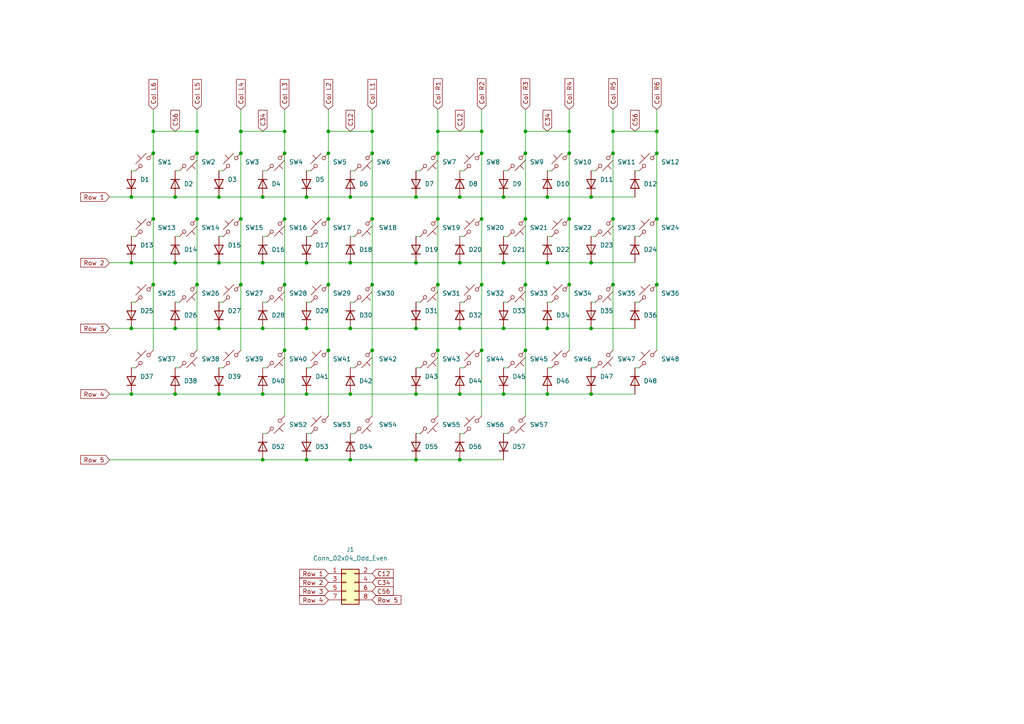
<source format=kicad_sch>
(kicad_sch (version 20231120) (generator "eeschema") (generator_version "8.0")
  (paper "A4")
  (title_block (title "Pragmatic 54A (Duplex Matrix)") (date "2023-09-16") (rev "1") (company "Pragmatic Inc.") (comment 1 "by James Sa"))
  (lib_symbols
    (symbol "Connector_Generic:Conn_02x04_Odd_Even" (pin_names (offset 1.016) hide)
      (property "Reference" "J" (at 1.27 5.08 0))
      (property "Value" "Conn_02x04_Odd_Even" (at 1.27 -7.62 0))
      (symbol "Conn_02x04_Odd_Even_1_1"
        (rectangle (start -1.27 -4.953) (end 0 -5.207) (stroke (width 0.1524)))
        (rectangle (start -1.27 -2.413) (end 0 -2.667) (stroke (width 0.1524)))
        (rectangle (start -1.27 0.127) (end 0 -0.127) (stroke (width 0.1524)))
        (rectangle (start -1.27 2.667) (end 0 2.413) (stroke (width 0.1524)))
        (rectangle (start -1.27 3.81) (end 3.81 -6.35) (stroke (width 0.254)) (fill (type background)))
        (rectangle (start 3.81 -4.953) (end 2.54 -5.207) (stroke (width 0.1524)))
        (rectangle (start 3.81 -2.413) (end 2.54 -2.667) (stroke (width 0.1524)))
        (rectangle (start 3.81 0.127) (end 2.54 -0.127) (stroke (width 0.1524)))
        (rectangle (start 3.81 2.667) (end 2.54 2.413) (stroke (width 0.1524)))
        (pin passive line (at -5.08 2.54 0) (length 3.81) (name "Pin_1") (number "1"))
        (pin passive line (at 7.62 2.54 180) (length 3.81) (name "Pin_2") (number "2"))
        (pin passive line (at -5.08 0 0) (length 3.81) (name "Pin_3") (number "3"))
        (pin passive line (at 7.62 0 180) (length 3.81) (name "Pin_4") (number "4"))
        (pin passive line (at -5.08 -2.54 0) (length 3.81) (name "Pin_5") (number "5"))
        (pin passive line (at 7.62 -2.54 180) (length 3.81) (name "Pin_6") (number "6"))
        (pin passive line (at -5.08 -5.08 0) (length 3.81) (name "Pin_7") (number "7"))
        (pin passive line (at 7.62 -5.08 180) (length 3.81) (name "Pin_8") (number "8"))
      )
    )
    (symbol "Diode:1N4448W" (pin_numbers hide) (pin_names hide)
      (property "Reference" "D" (at 0 2.54 0))
      (property "Value" "1N4448W" (at 0 -2.54 0))
      (symbol "1N4448W_0_1"
        (polyline (pts (xy -1.27 1.27) (xy -1.27 -1.27)) (stroke (width 0.254)))
        (polyline (pts (xy 1.27 0) (xy -1.27 0)))
        (polyline (pts (xy 1.27 1.27) (xy 1.27 -1.27) (xy -1.27 0) (xy 1.27 1.27)) (stroke (width 0.254)))
      )
      (symbol "1N4448W_1_1"
        (pin passive line (at -3.81 0 0) (length 2.54) (name "K") (number "1"))
        (pin passive line (at 3.81 0 180) (length 2.54) (name "A") (number "2"))
      )
    )
    (symbol "Switch:SW_Push_45deg" (pin_numbers hide) (pin_names (offset 1.016) hide)
      (property "Reference" "SW" (at 3.048 1.016 0))
      (property "Value" "SW_Push_45deg" (at 0 -3.81 0))
      (symbol "SW_Push_45deg_0_1"
        (circle (center -1.1684 1.1684) (radius 0.508))
        (polyline (pts (xy -0.508 2.54) (xy 2.54 -0.508)))
        (polyline (pts (xy 1.016 1.016) (xy 2.032 2.032)))
        (polyline (pts (xy -2.54 2.54) (xy -1.524 1.524) (xy -1.524 1.524)))
        (polyline (pts (xy 1.524 -1.524) (xy 2.54 -2.54) (xy 2.54 -2.54) (xy 2.54 -2.54)))
        (circle (center 1.143 -1.1938) (radius 0.508))
        (pin passive line (at -2.54 2.54 0) (length 0) (name "1") (number "1"))
        (pin passive line (at 2.54 -2.54 180) (length 0) (name "2") (number "2"))
      )
    )
  )
  (junction (at 177.8 82.55))
  (junction (at 38.1 95.25))
  (junction (at 165.1 44.45))
  (junction (at 101.6 95.25))
  (junction (at 139.7 82.55))
  (junction (at 146.05 95.25))
  (junction (at 139.7 38.1))
  (junction (at 146.05 57.15))
  (junction (at 82.55 63.5))
  (junction (at 88.9 95.25))
  (junction (at 95.25 38.1))
  (junction (at 88.9 133.35))
  (junction (at 69.85 44.45))
  (junction (at 171.45 76.2))
  (junction (at 152.4 38.1))
  (junction (at 63.5 76.2))
  (junction (at 152.4 63.5))
  (junction (at 101.6 133.35))
  (junction (at 95.25 101.6))
  (junction (at 177.8 63.5))
  (junction (at 57.15 82.55))
  (junction (at 171.45 95.25))
  (junction (at 76.2 57.15))
  (junction (at 158.75 95.25))
  (junction (at 44.45 82.55))
  (junction (at 69.85 63.5))
  (junction (at 50.8 95.25))
  (junction (at 177.8 44.45))
  (junction (at 63.5 57.15))
  (junction (at 88.9 114.3))
  (junction (at 76.2 114.3))
  (junction (at 38.1 114.3))
  (junction (at 190.5 82.55))
  (junction (at 120.65 57.15))
  (junction (at 165.1 38.1))
  (junction (at 165.1 82.55))
  (junction (at 120.65 76.2))
  (junction (at 95.25 63.5))
  (junction (at 133.35 95.25))
  (junction (at 177.8 38.1))
  (junction (at 190.5 38.1))
  (junction (at 69.85 38.1))
  (junction (at 139.7 44.45))
  (junction (at 88.9 57.15))
  (junction (at 127 82.55))
  (junction (at 82.55 101.6))
  (junction (at 133.35 114.3))
  (junction (at 165.1 63.5))
  (junction (at 146.05 114.3))
  (junction (at 120.65 114.3))
  (junction (at 63.5 95.25))
  (junction (at 107.95 38.1))
  (junction (at 76.2 95.25))
  (junction (at 88.9 76.2))
  (junction (at 38.1 57.15))
  (junction (at 101.6 57.15))
  (junction (at 50.8 114.3))
  (junction (at 127 101.6))
  (junction (at 107.95 63.5))
  (junction (at 107.95 101.6))
  (junction (at 152.4 101.6))
  (junction (at 139.7 101.6))
  (junction (at 133.35 76.2))
  (junction (at 44.45 44.45))
  (junction (at 127 38.1))
  (junction (at 50.8 76.2))
  (junction (at 69.85 82.55))
  (junction (at 82.55 38.1))
  (junction (at 101.6 114.3))
  (junction (at 57.15 63.5))
  (junction (at 127 44.45))
  (junction (at 57.15 44.45))
  (junction (at 120.65 95.25))
  (junction (at 171.45 114.3))
  (junction (at 76.2 76.2))
  (junction (at 139.7 63.5))
  (junction (at 107.95 44.45))
  (junction (at 190.5 44.45))
  (junction (at 44.45 63.5))
  (junction (at 171.45 57.15))
  (junction (at 63.5 114.3))
  (junction (at 127 63.5))
  (junction (at 101.6 76.2))
  (junction (at 44.45 38.1))
  (junction (at 190.5 63.5))
  (junction (at 133.35 57.15))
  (junction (at 95.25 82.55))
  (junction (at 82.55 44.45))
  (junction (at 107.95 82.55))
  (junction (at 133.35 133.35))
  (junction (at 158.75 76.2))
  (junction (at 158.75 57.15))
  (junction (at 158.75 114.3))
  (junction (at 82.55 82.55))
  (junction (at 50.8 57.15))
  (junction (at 152.4 82.55))
  (junction (at 152.4 44.45))
  (junction (at 95.25 44.45))
  (junction (at 57.15 38.1))
  (junction (at 120.65 133.35))
  (junction (at 76.2 133.35))
  (junction (at 38.1 76.2))
  (junction (at 146.05 76.2))
  (wire (pts (xy 172.72 87.63) (xy 171.45 87.63)))
  (wire (pts (xy 76.2 95.25) (xy 88.9 95.25)))
  (wire (pts (xy 76.2 57.15) (xy 88.9 57.15)))
  (wire (pts (xy 190.5 44.45) (xy 190.5 63.5)))
  (wire (pts (xy 76.2 114.3) (xy 88.9 114.3)))
  (wire (pts (xy 127 31.75) (xy 127 38.1)))
  (wire (pts (xy 76.2 125.73) (xy 77.47 125.73)))
  (wire (pts (xy 69.85 44.45) (xy 69.85 63.5)))
  (wire (pts (xy 165.1 38.1) (xy 165.1 44.45)))
  (wire (pts (xy 69.85 38.1) (xy 69.85 44.45)))
  (wire (pts (xy 165.1 31.75) (xy 165.1 38.1)))
  (wire (pts (xy 177.8 31.75) (xy 177.8 38.1)))
  (wire (pts (xy 158.75 68.58) (xy 160.02 68.58)))
  (wire (pts (xy 76.2 87.63) (xy 77.47 87.63)))
  (wire (pts (xy 171.45 76.2) (xy 184.15 76.2)))
  (wire (pts (xy 158.75 76.2) (xy 171.45 76.2)))
  (wire (pts (xy 146.05 114.3) (xy 158.75 114.3)))
  (wire (pts (xy 50.8 49.53) (xy 52.07 49.53)))
  (wire (pts (xy 64.77 87.63) (xy 63.5 87.63)))
  (wire (pts (xy 152.4 38.1) (xy 152.4 44.45)))
  (wire (pts (xy 152.4 44.45) (xy 152.4 63.5)))
  (wire (pts (xy 133.35 68.58) (xy 134.62 68.58)))
  (wire (pts (xy 44.45 44.45) (xy 44.45 63.5)))
  (wire (pts (xy 38.1 95.25) (xy 50.8 95.25)))
  (wire (pts (xy 107.95 101.6) (xy 107.95 120.65)))
  (wire (pts (xy 147.32 87.63) (xy 146.05 87.63)))
  (wire (pts (xy 121.92 106.68) (xy 120.65 106.68)))
  (wire (pts (xy 95.25 38.1) (xy 107.95 38.1)))
  (wire (pts (xy 57.15 31.75) (xy 57.15 38.1)))
  (wire (pts (xy 139.7 82.55) (xy 139.7 101.6)))
  (wire (pts (xy 121.92 68.58) (xy 120.65 68.58)))
  (wire (pts (xy 133.35 114.3) (xy 146.05 114.3)))
  (wire (pts (xy 88.9 133.35) (xy 101.6 133.35)))
  (wire (pts (xy 101.6 106.68) (xy 102.87 106.68)))
  (wire (pts (xy 120.65 49.53) (xy 121.92 49.53)))
  (wire (pts (xy 50.8 76.2) (xy 63.5 76.2)))
  (wire (pts (xy 57.15 38.1) (xy 57.15 44.45)))
  (wire (pts (xy 82.55 44.45) (xy 82.55 63.5)))
  (wire (pts (xy 82.55 31.75) (xy 82.55 38.1)))
  (wire (pts (xy 158.75 57.15) (xy 171.45 57.15)))
  (wire (pts (xy 184.15 68.58) (xy 185.42 68.58)))
  (wire (pts (xy 177.8 63.5) (xy 177.8 82.55)))
  (wire (pts (xy 158.75 114.3) (xy 171.45 114.3)))
  (wire (pts (xy 127 63.5) (xy 127 82.55)))
  (wire (pts (xy 101.6 57.15) (xy 120.65 57.15)))
  (wire (pts (xy 133.35 87.63) (xy 134.62 87.63)))
  (wire (pts (xy 158.75 49.53) (xy 160.02 49.53)))
  (wire (pts (xy 63.5 95.25) (xy 76.2 95.25)))
  (wire (pts (xy 184.15 87.63) (xy 185.42 87.63)))
  (wire (pts (xy 90.17 68.58) (xy 88.9 68.58)))
  (wire (pts (xy 177.8 38.1) (xy 177.8 44.45)))
  (wire (pts (xy 82.55 63.5) (xy 82.55 82.55)))
  (wire (pts (xy 158.75 106.68) (xy 160.02 106.68)))
  (wire (pts (xy 147.32 106.68) (xy 146.05 106.68)))
  (wire (pts (xy 190.5 38.1) (xy 190.5 44.45)))
  (wire (pts (xy 95.25 44.45) (xy 95.25 63.5)))
  (wire (pts (xy 88.9 57.15) (xy 101.6 57.15)))
  (wire (pts (xy 172.72 68.58) (xy 171.45 68.58)))
  (wire (pts (xy 95.25 82.55) (xy 95.25 101.6)))
  (wire (pts (xy 82.55 101.6) (xy 82.55 120.65)))
  (wire (pts (xy 120.65 76.2) (xy 133.35 76.2)))
  (wire (pts (xy 171.45 57.15) (xy 184.15 57.15)))
  (wire (pts (xy 63.5 57.15) (xy 76.2 57.15)))
  (wire (pts (xy 107.95 63.5) (xy 107.95 82.55)))
  (wire (pts (xy 121.92 125.73) (xy 120.65 125.73)))
  (wire (pts (xy 44.45 38.1) (xy 57.15 38.1)))
  (wire (pts (xy 158.75 95.25) (xy 171.45 95.25)))
  (wire (pts (xy 39.37 87.63) (xy 38.1 87.63)))
  (wire (pts (xy 44.45 31.75) (xy 44.45 38.1)))
  (wire (pts (xy 165.1 44.45) (xy 165.1 63.5)))
  (wire (pts (xy 90.17 106.68) (xy 88.9 106.68)))
  (wire (pts (xy 88.9 49.53) (xy 90.17 49.53)))
  (wire (pts (xy 50.8 95.25) (xy 63.5 95.25)))
  (wire (pts (xy 64.77 68.58) (xy 63.5 68.58)))
  (wire (pts (xy 139.7 38.1) (xy 139.7 44.45)))
  (wire (pts (xy 95.25 38.1) (xy 95.25 44.45)))
  (wire (pts (xy 88.9 76.2) (xy 101.6 76.2)))
  (wire (pts (xy 107.95 38.1) (xy 107.95 44.45)))
  (wire (pts (xy 133.35 125.73) (xy 134.62 125.73)))
  (wire (pts (xy 147.32 125.73) (xy 146.05 125.73)))
  (wire (pts (xy 120.65 114.3) (xy 133.35 114.3)))
  (wire (pts (xy 31.75 57.15) (xy 38.1 57.15)))
  (wire (pts (xy 31.75 95.25) (xy 38.1 95.25)))
  (wire (pts (xy 127 38.1) (xy 127 44.45)))
  (wire (pts (xy 121.92 87.63) (xy 120.65 87.63)))
  (wire (pts (xy 158.75 87.63) (xy 160.02 87.63)))
  (wire (pts (xy 133.35 76.2) (xy 146.05 76.2)))
  (wire (pts (xy 57.15 63.5) (xy 57.15 82.55)))
  (wire (pts (xy 101.6 87.63) (xy 102.87 87.63)))
  (wire (pts (xy 177.8 44.45) (xy 177.8 63.5)))
  (wire (pts (xy 152.4 38.1) (xy 165.1 38.1)))
  (wire (pts (xy 76.2 106.68) (xy 77.47 106.68)))
  (wire (pts (xy 44.45 63.5) (xy 44.45 82.55)))
  (wire (pts (xy 152.4 63.5) (xy 152.4 82.55)))
  (wire (pts (xy 101.6 133.35) (xy 120.65 133.35)))
  (wire (pts (xy 152.4 82.55) (xy 152.4 101.6)))
  (wire (pts (xy 133.35 95.25) (xy 146.05 95.25)))
  (wire (pts (xy 50.8 114.3) (xy 63.5 114.3)))
  (wire (pts (xy 165.1 63.5) (xy 165.1 82.55)))
  (wire (pts (xy 39.37 68.58) (xy 38.1 68.58)))
  (wire (pts (xy 133.35 49.53) (xy 134.62 49.53)))
  (wire (pts (xy 76.2 133.35) (xy 88.9 133.35)))
  (wire (pts (xy 31.75 114.3) (xy 38.1 114.3)))
  (wire (pts (xy 146.05 49.53) (xy 147.32 49.53)))
  (wire (pts (xy 90.17 87.63) (xy 88.9 87.63)))
  (wire (pts (xy 76.2 76.2) (xy 88.9 76.2)))
  (wire (pts (xy 133.35 57.15) (xy 146.05 57.15)))
  (wire (pts (xy 31.75 133.35) (xy 76.2 133.35)))
  (wire (pts (xy 95.25 63.5) (xy 95.25 82.55)))
  (wire (pts (xy 88.9 114.3) (xy 101.6 114.3)))
  (wire (pts (xy 139.7 63.5) (xy 139.7 82.55)))
  (wire (pts (xy 165.1 82.55) (xy 165.1 101.6)))
  (wire (pts (xy 38.1 76.2) (xy 50.8 76.2)))
  (wire (pts (xy 171.45 49.53) (xy 172.72 49.53)))
  (wire (pts (xy 184.15 49.53) (xy 185.42 49.53)))
  (wire (pts (xy 139.7 31.75) (xy 139.7 38.1)))
  (wire (pts (xy 38.1 114.3) (xy 50.8 114.3)))
  (wire (pts (xy 139.7 44.45) (xy 139.7 63.5)))
  (wire (pts (xy 127 38.1) (xy 139.7 38.1)))
  (wire (pts (xy 39.37 106.68) (xy 38.1 106.68)))
  (wire (pts (xy 190.5 31.75) (xy 190.5 38.1)))
  (wire (pts (xy 57.15 82.55) (xy 57.15 101.6)))
  (wire (pts (xy 63.5 114.3) (xy 76.2 114.3)))
  (wire (pts (xy 95.25 101.6) (xy 95.25 120.65)))
  (wire (pts (xy 69.85 63.5) (xy 69.85 82.55)))
  (wire (pts (xy 88.9 95.25) (xy 101.6 95.25)))
  (wire (pts (xy 101.6 114.3) (xy 120.65 114.3)))
  (wire (pts (xy 95.25 31.75) (xy 95.25 38.1)))
  (wire (pts (xy 133.35 106.68) (xy 134.62 106.68)))
  (wire (pts (xy 152.4 101.6) (xy 152.4 120.65)))
  (wire (pts (xy 64.77 106.68) (xy 63.5 106.68)))
  (wire (pts (xy 107.95 82.55) (xy 107.95 101.6)))
  (wire (pts (xy 184.15 106.68) (xy 185.42 106.68)))
  (wire (pts (xy 101.6 95.25) (xy 120.65 95.25)))
  (wire (pts (xy 190.5 63.5) (xy 190.5 82.55)))
  (wire (pts (xy 147.32 68.58) (xy 146.05 68.58)))
  (wire (pts (xy 38.1 57.15) (xy 50.8 57.15)))
  (wire (pts (xy 90.17 125.73) (xy 88.9 125.73)))
  (wire (pts (xy 76.2 49.53) (xy 77.47 49.53)))
  (wire (pts (xy 76.2 68.58) (xy 77.47 68.58)))
  (wire (pts (xy 146.05 57.15) (xy 158.75 57.15)))
  (wire (pts (xy 57.15 44.45) (xy 57.15 63.5)))
  (wire (pts (xy 107.95 31.75) (xy 107.95 38.1)))
  (wire (pts (xy 50.8 57.15) (xy 63.5 57.15)))
  (wire (pts (xy 69.85 31.75) (xy 69.85 38.1)))
  (wire (pts (xy 69.85 38.1) (xy 82.55 38.1)))
  (wire (pts (xy 44.45 82.55) (xy 44.45 101.6)))
  (wire (pts (xy 172.72 106.68) (xy 171.45 106.68)))
  (wire (pts (xy 82.55 38.1) (xy 82.55 44.45)))
  (wire (pts (xy 120.65 133.35) (xy 133.35 133.35)))
  (wire (pts (xy 63.5 76.2) (xy 76.2 76.2)))
  (wire (pts (xy 101.6 68.58) (xy 102.87 68.58)))
  (wire (pts (xy 127 101.6) (xy 127 120.65)))
  (wire (pts (xy 177.8 38.1) (xy 190.5 38.1)))
  (wire (pts (xy 44.45 38.1) (xy 44.45 44.45)))
  (wire (pts (xy 127 82.55) (xy 127 101.6)))
  (wire (pts (xy 63.5 49.53) (xy 64.77 49.53)))
  (wire (pts (xy 69.85 82.55) (xy 69.85 101.6)))
  (wire (pts (xy 50.8 106.68) (xy 52.07 106.68)))
  (wire (pts (xy 171.45 95.25) (xy 184.15 95.25)))
  (wire (pts (xy 120.65 95.25) (xy 133.35 95.25)))
  (wire (pts (xy 120.65 57.15) (xy 133.35 57.15)))
  (wire (pts (xy 50.8 87.63) (xy 52.07 87.63)))
  (wire (pts (xy 133.35 133.35) (xy 146.05 133.35)))
  (wire (pts (xy 139.7 101.6) (xy 139.7 120.65)))
  (wire (pts (xy 127 44.45) (xy 127 63.5)))
  (wire (pts (xy 171.45 114.3) (xy 184.15 114.3)))
  (wire (pts (xy 107.95 44.45) (xy 107.95 63.5)))
  (wire (pts (xy 101.6 125.73) (xy 102.87 125.73)))
  (wire (pts (xy 101.6 76.2) (xy 120.65 76.2)))
  (wire (pts (xy 146.05 95.25) (xy 158.75 95.25)))
  (wire (pts (xy 31.75 76.2) (xy 38.1 76.2)))
  (wire (pts (xy 146.05 76.2) (xy 158.75 76.2)))
  (wire (pts (xy 152.4 31.75) (xy 152.4 38.1)))
  (wire (pts (xy 50.8 68.58) (xy 52.07 68.58)))
  (wire (pts (xy 38.1 49.53) (xy 39.37 49.53)))
  (wire (pts (xy 190.5 82.55) (xy 190.5 101.6)))
  (wire (pts (xy 82.55 82.55) (xy 82.55 101.6)))
  (wire (pts (xy 177.8 82.55) (xy 177.8 101.6)))
  (wire (pts (xy 101.6 49.53) (xy 102.87 49.53)))
  (global_label "Row 4" (shape input) (at 95.25 173.99 180) (property "Intersheetrefs" "${INTERSHEET_REFS}" (effects (hide yes))))
  (global_label "Col L2" (shape input) (at 95.25 31.75 90) (property "Intersheetrefs" "${INTERSHEET_REFS}" (effects (hide yes))))
  (global_label "C56" (shape input) (at 107.95 171.45 0) (property "Intersheetrefs" "${INTERSHEET_REFS}" (effects (hide yes))))
  (global_label "Col R3" (shape input) (at 152.4 31.75 90) (property "Intersheetrefs" "${INTERSHEET_REFS}" (effects (hide yes))))
  (global_label "Col R4" (shape input) (at 165.1 31.75 90) (property "Intersheetrefs" "${INTERSHEET_REFS}" (effects (hide yes))))
  (global_label "C12" (shape input) (at 101.6 38.1 90) (property "Intersheetrefs" "${INTERSHEET_REFS}" (effects (hide yes))))
  (global_label "Col R5" (shape input) (at 177.8 31.75 90) (property "Intersheetrefs" "${INTERSHEET_REFS}" (effects (hide yes))))
  (global_label "C34" (shape input) (at 158.75 38.1 90) (property "Intersheetrefs" "${INTERSHEET_REFS}" (effects (hide yes))))
  (global_label "C56" (shape input) (at 184.15 38.1 90) (property "Intersheetrefs" "${INTERSHEET_REFS}" (effects (hide yes))))
  (global_label "C12" (shape input) (at 133.35 38.1 90) (property "Intersheetrefs" "${INTERSHEET_REFS}" (effects (hide yes))))
  (global_label "Row 2" (shape input) (at 31.75 76.2 180) (property "Intersheetrefs" "${INTERSHEET_REFS}" (effects (hide yes))))
  (global_label "Row 5" (shape input) (at 107.95 173.99 0) (property "Intersheetrefs" "${INTERSHEET_REFS}" (effects (hide yes))))
  (global_label "Col L5" (shape input) (at 57.15 31.75 90) (property "Intersheetrefs" "${INTERSHEET_REFS}" (effects (hide yes))))
  (global_label "Col L3" (shape input) (at 82.55 31.75 90) (property "Intersheetrefs" "${INTERSHEET_REFS}" (effects (hide yes))))
  (global_label "Row 5" (shape input) (at 31.75 133.35 180) (property "Intersheetrefs" "${INTERSHEET_REFS}" (effects (hide yes))))
  (global_label "Col L6" (shape input) (at 44.45 31.75 90) (property "Intersheetrefs" "${INTERSHEET_REFS}" (effects (hide yes))))
  (global_label "Col L1" (shape input) (at 107.95 31.75 90) (property "Intersheetrefs" "${INTERSHEET_REFS}" (effects (hide yes))))
  (global_label "C56" (shape input) (at 50.8 38.1 90) (property "Intersheetrefs" "${INTERSHEET_REFS}" (effects (hide yes))))
  (global_label "Row 3" (shape input) (at 95.25 171.45 180) (property "Intersheetrefs" "${INTERSHEET_REFS}" (effects (hide yes))))
  (global_label "C12" (shape input) (at 107.95 166.37 0) (property "Intersheetrefs" "${INTERSHEET_REFS}" (effects (hide yes))))
  (global_label "Col L4" (shape input) (at 69.85 31.75 90) (property "Intersheetrefs" "${INTERSHEET_REFS}" (effects (hide yes))))
  (global_label "Row 4" (shape input) (at 31.75 114.3 180) (property "Intersheetrefs" "${INTERSHEET_REFS}" (effects (hide yes))))
  (global_label "Row 1" (shape input) (at 31.75 57.15 180) (property "Intersheetrefs" "${INTERSHEET_REFS}" (effects (hide yes))))
  (global_label "Col R1" (shape input) (at 127 31.75 90) (property "Intersheetrefs" "${INTERSHEET_REFS}" (effects (hide yes))))
  (global_label "Row 3" (shape input) (at 31.75 95.25 180) (property "Intersheetrefs" "${INTERSHEET_REFS}" (effects (hide yes))))
  (global_label "Col R2" (shape input) (at 139.7 31.75 90) (property "Intersheetrefs" "${INTERSHEET_REFS}" (effects (hide yes))))
  (global_label "C34" (shape input) (at 76.2 38.1 90) (property "Intersheetrefs" "${INTERSHEET_REFS}" (effects (hide yes))))
  (global_label "Row 2" (shape input) (at 95.25 168.91 180) (property "Intersheetrefs" "${INTERSHEET_REFS}" (effects (hide yes))))
  (global_label "Col R6" (shape input) (at 190.5 31.75 90) (property "Intersheetrefs" "${INTERSHEET_REFS}" (effects (hide yes))))
  (global_label "C34" (shape input) (at 107.95 168.91 0) (property "Intersheetrefs" "${INTERSHEET_REFS}" (effects (hide yes))))
  (global_label "Row 1" (shape input) (at 95.25 166.37 180) (property "Intersheetrefs" "${INTERSHEET_REFS}" (effects (hide yes))))
  (symbol (lib_id "Diode:1N4448W") (at 146.05 72.39 90) (unit 1)
    (property "Reference" "D21" (at 148.59 72.3899 90) (effects (justify right)))
    (property "Value" "1N4448W" (effects (hide yes)))
    (property "Footprint" "Keyboard_Foostan:D3_SMD_v2" (effects (hide yes)))
    (property "Datasheet" "https://www.vishay.com/docs/85722/1n4448w.pdf" (effects (hide yes)))
  )
  (symbol (lib_id "Diode:1N4448W") (at 38.1 91.44 90) (unit 1)
    (property "Reference" "D25" (at 40.64 90.1699 90) (effects (justify right)))
    (property "Value" "1N4448W" (effects (hide yes)))
    (property "Footprint" "Keyboard_Foostan:D3_SMD_v2" (effects (hide yes)))
    (property "Datasheet" "https://www.vishay.com/docs/85722/1n4448w.pdf" (effects (hide yes)))
  )
  (symbol (lib_id "Diode:1N4448W") (at 171.45 53.34 90) (unit 1)
    (property "Reference" "D11" (at 173.99 52.0699 90) (effects (justify right)))
    (property "Value" "1N4448W" (effects (hide yes)))
    (property "Footprint" "Keyboard_Foostan:D3_SMD_v2" (effects (hide yes)))
    (property "Datasheet" "https://www.vishay.com/docs/85722/1n4448w.pdf" (effects (hide yes)))
  )
  (symbol (lib_id "Diode:1N4448W") (at 38.1 110.49 90) (unit 1)
    (property "Reference" "D37" (at 40.64 109.2199 90) (effects (justify right)))
    (property "Value" "1N4448W" (effects (hide yes)))
    (property "Footprint" "Keyboard_Foostan:D3_SMD_v2" (effects (hide yes)))
    (property "Datasheet" "https://www.vishay.com/docs/85722/1n4448w.pdf" (effects (hide yes)))
  )
  (symbol (lib_id "Switch:SW_Push_45deg") (at 54.61 66.04 270) (unit 1)
    (property "Reference" "SW14" (at 58.42 66.0399 90) (effects (justify left)))
    (property "Value" "SW_Push_45deg" (effects (hide yes)))
    (property "Footprint" "Keyboard_JSA:MX_Hotswap Reverse" (effects (hide yes)))
  )
  (symbol (lib_id "Switch:SW_Push_45deg") (at 149.86 85.09 270) (unit 1)
    (property "Reference" "SW33" (at 153.67 85.0899 90) (effects (justify left)))
    (property "Value" "SW_Push_45deg" (effects (hide yes)))
    (property "Footprint" "Keyboard_JSA:MX_Hotswap" (effects (hide yes)))
  )
  (symbol (lib_id "Diode:1N4448W") (at 120.65 72.39 90) (unit 1)
    (property "Reference" "D19" (at 123.19 72.3899 90) (effects (justify right)))
    (property "Value" "1N4448W" (effects (hide yes)))
    (property "Footprint" "Keyboard_Foostan:D3_SMD_v2" (effects (hide yes)))
    (property "Datasheet" "https://www.vishay.com/docs/85722/1n4448w.pdf" (effects (hide yes)))
  )
  (symbol (lib_id "Switch:SW_Push_45deg") (at 41.91 104.14 90) (unit 1)
    (property "Reference" "SW37" (at 45.72 104.1399 90) (effects (justify right)))
    (property "Value" "SW_Push_45deg" (effects (hide yes)))
    (property "Footprint" "Keyboard_JSA:MX_Hotswap Reverse" (effects (hide yes)))
  )
  (symbol (lib_id "Switch:SW_Push_45deg") (at 149.86 66.04 270) (unit 1)
    (property "Reference" "SW21" (at 153.67 66.0399 90) (effects (justify left)))
    (property "Value" "SW_Push_45deg" (effects (hide yes)))
    (property "Footprint" "Keyboard_JSA:MX_Hotswap" (effects (hide yes)))
  )
  (symbol (lib_id "Switch:SW_Push_45deg") (at 105.41 123.19 270) (unit 1)
    (property "Reference" "SW54" (at 109.855 123.19 90) (effects (justify left)))
    (property "Value" "SW_Push_45deg" (effects (hide yes)))
    (property "Footprint" "Keyboard_JSA:MX_Hotswap Reverse" (effects (hide yes)))
  )
  (symbol (lib_id "Diode:1N4448W") (at 63.5 53.34 90) (unit 1)
    (property "Reference" "D3" (at 66.04 52.0699 90) (effects (justify right)))
    (property "Value" "1N4448W" (effects (hide yes)))
    (property "Footprint" "Keyboard_Foostan:D3_SMD_v2" (effects (hide yes)))
    (property "Datasheet" "https://www.vishay.com/docs/85722/1n4448w.pdf" (effects (hide yes)))
  )
  (symbol (lib_id "Diode:1N4448W") (at 120.65 110.49 90) (unit 1)
    (property "Reference" "D43" (at 123.19 109.2199 90) (effects (justify right)))
    (property "Value" "1N4448W" (effects (hide yes)))
    (property "Footprint" "Keyboard_Foostan:D3_SMD_v2" (effects (hide yes)))
    (property "Datasheet" "https://www.vishay.com/docs/85722/1n4448w.pdf" (effects (hide yes)))
  )
  (symbol (lib_id "Switch:SW_Push_45deg") (at 149.86 104.14 270) (unit 1)
    (property "Reference" "SW45" (at 153.67 104.1399 90) (effects (justify left)))
    (property "Value" "SW_Push_45deg" (effects (hide yes)))
    (property "Footprint" "Keyboard_JSA:MX_Hotswap" (effects (hide yes)))
  )
  (symbol (lib_id "Switch:SW_Push_45deg") (at 80.01 85.09 270) (unit 1)
    (property "Reference" "SW28" (at 83.82 85.0899 90) (effects (justify left)))
    (property "Value" "SW_Push_45deg" (effects (hide yes)))
    (property "Footprint" "Keyboard_JSA:MX_Hotswap Reverse" (effects (hide yes)))
  )
  (symbol (lib_id "Diode:1N4448W") (at 158.75 53.34 270) (unit 1)
    (property "Reference" "D10" (at 161.29 53.3399 90) (effects (justify left)))
    (property "Value" "1N4448W" (effects (hide yes)))
    (property "Footprint" "Keyboard_Foostan:D3_SMD_v2" (effects (hide yes)))
    (property "Datasheet" "https://www.vishay.com/docs/85722/1n4448w.pdf" (effects (hide yes)))
  )
  (symbol (lib_id "Diode:1N4448W") (at 88.9 72.39 90) (unit 1)
    (property "Reference" "D17" (at 91.44 71.1199 90) (effects (justify right)))
    (property "Value" "1N4448W" (effects (hide yes)))
    (property "Footprint" "Keyboard_Foostan:D3_SMD_v2" (effects (hide yes)))
    (property "Datasheet" "https://www.vishay.com/docs/85722/1n4448w.pdf" (effects (hide yes)))
  )
  (symbol (lib_id "Diode:1N4448W") (at 63.5 72.39 90) (unit 1)
    (property "Reference" "D15" (at 66.04 71.1199 90) (effects (justify right)))
    (property "Value" "1N4448W" (effects (hide yes)))
    (property "Footprint" "Keyboard_Foostan:D3_SMD_v2" (effects (hide yes)))
    (property "Datasheet" "https://www.vishay.com/docs/85722/1n4448w.pdf" (effects (hide yes)))
  )
  (symbol (lib_id "Switch:SW_Push_45deg") (at 137.16 66.04 90) (unit 1)
    (property "Reference" "SW20" (at 140.97 66.0399 90) (effects (justify right)))
    (property "Value" "SW_Push_45deg" (effects (hide yes)))
    (property "Footprint" "Keyboard_JSA:MX_Hotswap" (effects (hide yes)))
  )
  (symbol (lib_id "Diode:1N4448W") (at 88.9 110.49 90) (unit 1)
    (property "Reference" "D41" (at 91.44 109.2199 90) (effects (justify right)))
    (property "Value" "1N4448W" (effects (hide yes)))
    (property "Footprint" "Keyboard_Foostan:D3_SMD_v2" (effects (hide yes)))
    (property "Datasheet" "https://www.vishay.com/docs/85722/1n4448w.pdf" (effects (hide yes)))
  )
  (symbol (lib_id "Diode:1N4448W") (at 38.1 72.39 90) (unit 1)
    (property "Reference" "D13" (at 40.64 71.1199 90) (effects (justify right)))
    (property "Value" "1N4448W" (effects (hide yes)))
    (property "Footprint" "Keyboard_Foostan:D3_SMD_v2" (effects (hide yes)))
    (property "Datasheet" "https://www.vishay.com/docs/85722/1n4448w.pdf" (effects (hide yes)))
  )
  (symbol (lib_id "Switch:SW_Push_45deg") (at 67.31 85.09 90) (unit 1)
    (property "Reference" "SW27" (at 71.12 85.0899 90) (effects (justify right)))
    (property "Value" "SW_Push_45deg" (effects (hide yes)))
    (property "Footprint" "Keyboard_JSA:MX_Hotswap Reverse" (effects (hide yes)))
  )
  (symbol (lib_id "Switch:SW_Push_45deg") (at 187.96 85.09 90) (unit 1)
    (property "Reference" "SW36" (at 191.77 85.0899 90) (effects (justify right)))
    (property "Value" "SW_Push_45deg" (effects (hide yes)))
    (property "Footprint" "Keyboard_JSA:MX_Hotswap" (effects (hide yes)))
  )
  (symbol (lib_id "Switch:SW_Push_45deg") (at 175.26 85.09 270) (unit 1)
    (property "Reference" "SW35" (at 179.07 85.0899 90) (effects (justify left)))
    (property "Value" "SW_Push_45deg" (effects (hide yes)))
    (property "Footprint" "Keyboard_JSA:MX_Hotswap" (effects (hide yes)))
  )
  (symbol (lib_id "Switch:SW_Push_45deg") (at 137.16 85.09 90) (unit 1)
    (property "Reference" "SW32" (at 140.97 85.0899 90) (effects (justify right)))
    (property "Value" "SW_Push_45deg" (effects (hide yes)))
    (property "Footprint" "Keyboard_JSA:MX_Hotswap" (effects (hide yes)))
  )
  (symbol (lib_id "Switch:SW_Push_45deg") (at 175.26 46.99 270) (unit 1)
    (property "Reference" "SW11" (at 179.07 46.99 90) (effects (justify left)))
    (property "Value" "SW_Push_45deg" (effects (hide yes)))
    (property "Footprint" "Keyboard_JSA:MX_Hotswap" (effects (hide yes)))
  )
  (symbol (lib_id "Switch:SW_Push_45deg") (at 54.61 104.14 270) (unit 1)
    (property "Reference" "SW38" (at 58.42 104.1399 90) (effects (justify left)))
    (property "Value" "SW_Push_45deg" (effects (hide yes)))
    (property "Footprint" "Keyboard_JSA:MX_Hotswap Reverse" (effects (hide yes)))
  )
  (symbol (lib_id "Switch:SW_Push_45deg") (at 124.46 85.09 270) (unit 1)
    (property "Reference" "SW31" (at 128.27 85.0899 90) (effects (justify left)))
    (property "Value" "SW_Push_45deg" (effects (hide yes)))
    (property "Footprint" "Keyboard_JSA:MX_Hotswap" (effects (hide yes)))
  )
  (symbol (lib_id "Switch:SW_Push_45deg") (at 124.46 46.99 270) (unit 1)
    (property "Reference" "SW7" (at 128.27 46.99 90) (effects (justify left)))
    (property "Value" "SW_Push_45deg" (effects (hide yes)))
    (property "Footprint" "Keyboard_JSA:MX_Hotswap" (effects (hide yes)))
  )
  (symbol (lib_id "Diode:1N4448W") (at 120.65 91.44 90) (unit 1)
    (property "Reference" "D31" (at 123.19 90.1699 90) (effects (justify right)))
    (property "Value" "1N4448W" (effects (hide yes)))
    (property "Footprint" "Keyboard_Foostan:D3_SMD_v2" (effects (hide yes)))
    (property "Datasheet" "https://www.vishay.com/docs/85722/1n4448w.pdf" (effects (hide yes)))
  )
  (symbol (lib_id "Switch:SW_Push_45deg") (at 41.91 85.09 90) (unit 1)
    (property "Reference" "SW25" (at 45.72 85.0899 90) (effects (justify right)))
    (property "Value" "SW_Push_45deg" (effects (hide yes)))
    (property "Footprint" "Keyboard_JSA:MX_Hotswap Reverse" (effects (hide yes)))
  )
  (symbol (lib_id "Switch:SW_Push_45deg") (at 54.61 46.99 270) (unit 1)
    (property "Reference" "SW2" (at 58.42 46.99 90) (effects (justify left)))
    (property "Value" "SW_Push_45deg" (effects (hide yes)))
    (property "Footprint" "Keyboard_JSA:MX_Hotswap Reverse" (effects (hide yes)))
  )
  (symbol (lib_id "Diode:1N4448W") (at 76.2 110.49 270) (unit 1)
    (property "Reference" "D40" (at 78.74 110.4899 90) (effects (justify left)))
    (property "Value" "1N4448W" (effects (hide yes)))
    (property "Footprint" "Keyboard_Foostan:D3_SMD_v2" (effects (hide yes)))
    (property "Datasheet" "https://www.vishay.com/docs/85722/1n4448w.pdf" (effects (hide yes)))
  )
  (symbol (lib_id "Diode:1N4448W") (at 184.15 72.39 270) (unit 1)
    (property "Reference" "D24" (at 186.69 72.3899 90) (effects (justify left)))
    (property "Value" "1N4448W" (effects (hide yes)))
    (property "Footprint" "Keyboard_Foostan:D3_SMD_v2" (effects (hide yes)))
    (property "Datasheet" "https://www.vishay.com/docs/85722/1n4448w.pdf" (effects (hide yes)))
  )
  (symbol (lib_id "Diode:1N4448W") (at 120.65 129.54 90) (unit 1)
    (property "Reference" "D55" (at 123.19 129.5399 90) (effects (justify right)))
    (property "Value" "1N4448W" (effects (hide yes)))
    (property "Footprint" "Keyboard_Foostan:D3_SMD_v2" (effects (hide yes)))
    (property "Datasheet" "https://www.vishay.com/docs/85722/1n4448w.pdf" (effects (hide yes)))
  )
  (symbol (lib_id "Diode:1N4448W") (at 76.2 129.54 270) (unit 1)
    (property "Reference" "D52" (at 78.74 129.5399 90) (effects (justify left)))
    (property "Value" "1N4448W" (effects (hide yes)))
    (property "Footprint" "Keyboard_Foostan:D3_SMD_v2" (effects (hide yes)))
    (property "Datasheet" "https://www.vishay.com/docs/85722/1n4448w.pdf" (effects (hide yes)))
  )
  (symbol (lib_id "Diode:1N4448W") (at 184.15 110.49 270) (unit 1)
    (property "Reference" "D48" (at 186.69 110.4899 90) (effects (justify left)))
    (property "Value" "1N4448W" (effects (hide yes)))
    (property "Footprint" "Keyboard_Foostan:D3_SMD_v2" (effects (hide yes)))
    (property "Datasheet" "https://www.vishay.com/docs/85722/1n4448w.pdf" (effects (hide yes)))
  )
  (symbol (lib_id "Switch:SW_Push_45deg") (at 162.56 66.04 90) (unit 1)
    (property "Reference" "SW22" (at 166.37 66.0399 90) (effects (justify right)))
    (property "Value" "SW_Push_45deg" (effects (hide yes)))
    (property "Footprint" "Keyboard_JSA:MX_Hotswap" (effects (hide yes)))
  )
  (symbol (lib_id "Diode:1N4448W") (at 184.15 53.34 270) (unit 1)
    (property "Reference" "D12" (at 186.69 53.3399 90) (effects (justify left)))
    (property "Value" "1N4448W" (effects (hide yes)))
    (property "Footprint" "Keyboard_Foostan:D3_SMD_v2" (effects (hide yes)))
    (property "Datasheet" "https://www.vishay.com/docs/85722/1n4448w.pdf" (effects (hide yes)))
  )
  (symbol (lib_id "Diode:1N4448W") (at 133.35 72.39 270) (unit 1)
    (property "Reference" "D20" (at 135.89 72.3899 90) (effects (justify left)))
    (property "Value" "1N4448W" (effects (hide yes)))
    (property "Footprint" "Keyboard_Foostan:D3_SMD_v2" (effects (hide yes)))
    (property "Datasheet" "https://www.vishay.com/docs/85722/1n4448w.pdf" (effects (hide yes)))
  )
  (symbol (lib_id "Switch:SW_Push_45deg") (at 137.16 123.19 90) (unit 1)
    (property "Reference" "SW56" (at 140.97 123.1899 90) (effects (justify right)))
    (property "Value" "SW_Push_45deg" (effects (hide yes)))
    (property "Footprint" "Keyboard_JSA:MX_Hotswap" (effects (hide yes)))
  )
  (symbol (lib_id "Diode:1N4448W") (at 101.6 91.44 270) (unit 1)
    (property "Reference" "D30" (at 104.14 91.4399 90) (effects (justify left)))
    (property "Value" "1N4448W" (effects (hide yes)))
    (property "Footprint" "Keyboard_Foostan:D3_SMD_v2" (effects (hide yes)))
    (property "Datasheet" "https://www.vishay.com/docs/85722/1n4448w.pdf" (effects (hide yes)))
  )
  (symbol (lib_id "Diode:1N4448W") (at 101.6 110.49 270) (unit 1)
    (property "Reference" "D42" (at 104.14 110.4899 90) (effects (justify left)))
    (property "Value" "1N4448W" (effects (hide yes)))
    (property "Footprint" "Keyboard_Foostan:D3_SMD_v2" (effects (hide yes)))
    (property "Datasheet" "https://www.vishay.com/docs/85722/1n4448w.pdf" (effects (hide yes)))
  )
  (symbol (lib_id "Switch:SW_Push_45deg") (at 124.46 123.19 270) (unit 1)
    (property "Reference" "SW55" (at 128.27 123.1899 90) (effects (justify left)))
    (property "Value" "SW_Push_45deg" (effects (hide yes)))
    (property "Footprint" "Keyboard_JSA:MX_Hotswap" (effects (hide yes)))
  )
  (symbol (lib_id "Switch:SW_Push_45deg") (at 162.56 104.14 90) (unit 1)
    (property "Reference" "SW46" (at 166.37 104.1399 90) (effects (justify right)))
    (property "Value" "SW_Push_45deg" (effects (hide yes)))
    (property "Footprint" "Keyboard_JSA:MX_Hotswap" (effects (hide yes)))
  )
  (symbol (lib_id "Diode:1N4448W") (at 120.65 53.34 90) (unit 1)
    (property "Reference" "D7" (at 123.19 53.3399 90) (effects (justify right)))
    (property "Value" "1N4448W" (effects (hide yes)))
    (property "Footprint" "Keyboard_Foostan:D3_SMD_v2" (effects (hide yes)))
    (property "Datasheet" "https://www.vishay.com/docs/85722/1n4448w.pdf" (effects (hide yes)))
  )
  (symbol (lib_id "Switch:SW_Push_45deg") (at 105.41 85.09 270) (unit 1)
    (property "Reference" "SW30" (at 109.22 85.09 90) (effects (justify left)))
    (property "Value" "SW_Push_45deg" (effects (hide yes)))
    (property "Footprint" "Keyboard_JSA:MX_Hotswap Reverse" (effects (hide yes)))
  )
  (symbol (lib_id "Switch:SW_Push_45deg") (at 41.91 66.04 90) (unit 1)
    (property "Reference" "SW13" (at 45.72 66.0399 90) (effects (justify right)))
    (property "Value" "SW_Push_45deg" (effects (hide yes)))
    (property "Footprint" "Keyboard_JSA:MX_Hotswap Reverse" (effects (hide yes)))
  )
  (symbol (lib_id "Connector_Generic:Conn_02x04_Odd_Even") (at 100.33 168.91 0) (unit 1)
    (property "Reference" "J1" (at 101.6 159.385 0))
    (property "Value" "Conn_02x04_Odd_Even" (at 101.6 161.925 0))
    (property "Footprint" "Keyboard_JSA:matrix_connector" (effects (hide yes)))
  )
  (symbol (lib_id "Diode:1N4448W") (at 101.6 72.39 270) (unit 1)
    (property "Reference" "D18" (at 104.14 72.3899 90) (effects (justify left)))
    (property "Value" "1N4448W" (effects (hide yes)))
    (property "Footprint" "Keyboard_Foostan:D3_SMD_v2" (effects (hide yes)))
    (property "Datasheet" "https://www.vishay.com/docs/85722/1n4448w.pdf" (effects (hide yes)))
  )
  (symbol (lib_id "Switch:SW_Push_45deg") (at 67.31 46.99 90) (unit 1)
    (property "Reference" "SW3" (at 71.12 46.99 90) (effects (justify right)))
    (property "Value" "SW_Push_45deg" (effects (hide yes)))
    (property "Footprint" "Keyboard_JSA:MX_Hotswap Reverse" (effects (hide yes)))
  )
  (symbol (lib_id "Diode:1N4448W") (at 63.5 110.49 90) (unit 1)
    (property "Reference" "D39" (at 66.04 109.2199 90) (effects (justify right)))
    (property "Value" "1N4448W" (effects (hide yes)))
    (property "Footprint" "Keyboard_Foostan:D3_SMD_v2" (effects (hide yes)))
    (property "Datasheet" "https://www.vishay.com/docs/85722/1n4448w.pdf" (effects (hide yes)))
  )
  (symbol (lib_id "Diode:1N4448W") (at 158.75 110.49 270) (unit 1)
    (property "Reference" "D46" (at 161.29 110.4899 90) (effects (justify left)))
    (property "Value" "1N4448W" (effects (hide yes)))
    (property "Footprint" "Keyboard_Foostan:D3_SMD_v2" (effects (hide yes)))
    (property "Datasheet" "https://www.vishay.com/docs/85722/1n4448w.pdf" (effects (hide yes)))
  )
  (symbol (lib_id "Switch:SW_Push_45deg") (at 149.86 123.19 270) (unit 1)
    (property "Reference" "SW57" (at 153.67 123.1899 90) (effects (justify left)))
    (property "Value" "SW_Push_45deg" (effects (hide yes)))
    (property "Footprint" "Keyboard_JSA:MX_Hotswap" (effects (hide yes)))
  )
  (symbol (lib_id "Switch:SW_Push_45deg") (at 67.31 66.04 90) (unit 1)
    (property "Reference" "SW15" (at 71.12 66.0399 90) (effects (justify right)))
    (property "Value" "SW_Push_45deg" (effects (hide yes)))
    (property "Footprint" "Keyboard_JSA:MX_Hotswap Reverse" (effects (hide yes)))
  )
  (symbol (lib_id "Switch:SW_Push_45deg") (at 162.56 46.99 90) (unit 1)
    (property "Reference" "SW10" (at 166.37 46.99 90) (effects (justify right)))
    (property "Value" "SW_Push_45deg" (effects (hide yes)))
    (property "Footprint" "Keyboard_JSA:MX_Hotswap" (effects (hide yes)))
  )
  (symbol (lib_id "Diode:1N4448W") (at 76.2 53.34 270) (unit 1)
    (property "Reference" "D4" (at 78.74 53.3399 90) (effects (justify left)))
    (property "Value" "1N4448W" (effects (hide yes)))
    (property "Footprint" "Keyboard_Foostan:D3_SMD_v2" (effects (hide yes)))
    (property "Datasheet" "https://www.vishay.com/docs/85722/1n4448w.pdf" (effects (hide yes)))
  )
  (symbol (lib_id "Diode:1N4448W") (at 101.6 129.54 270) (unit 1)
    (property "Reference" "D54" (at 104.14 129.5399 90) (effects (justify left)))
    (property "Value" "1N4448W" (effects (hide yes)))
    (property "Footprint" "Keyboard_Foostan:D3_SMD_v2" (effects (hide yes)))
    (property "Datasheet" "https://www.vishay.com/docs/85722/1n4448w.pdf" (effects (hide yes)))
  )
  (symbol (lib_id "Diode:1N4448W") (at 146.05 129.54 90) (unit 1)
    (property "Reference" "D57" (at 148.59 129.5399 90) (effects (justify right)))
    (property "Value" "1N4448W" (effects (hide yes)))
    (property "Footprint" "Keyboard_Foostan:D3_SMD_v2" (effects (hide yes)))
    (property "Datasheet" "https://www.vishay.com/docs/85722/1n4448w.pdf" (effects (hide yes)))
  )
  (symbol (lib_id "Switch:SW_Push_45deg") (at 105.41 104.14 270) (unit 1)
    (property "Reference" "SW42" (at 109.855 104.14 90) (effects (justify left)))
    (property "Value" "SW_Push_45deg" (effects (hide yes)))
    (property "Footprint" "Keyboard_JSA:MX_Hotswap Reverse" (effects (hide yes)))
  )
  (symbol (lib_id "Diode:1N4448W") (at 101.6 53.34 270) (unit 1)
    (property "Reference" "D6" (at 104.14 53.3399 90) (effects (justify left)))
    (property "Value" "1N4448W" (effects (hide yes)))
    (property "Footprint" "Keyboard_Foostan:D3_SMD_v2" (effects (hide yes)))
    (property "Datasheet" "https://www.vishay.com/docs/85722/1n4448w.pdf" (effects (hide yes)))
  )
  (symbol (lib_id "Switch:SW_Push_45deg") (at 54.61 85.09 270) (unit 1)
    (property "Reference" "SW26" (at 58.42 85.0899 90) (effects (justify left)))
    (property "Value" "SW_Push_45deg" (effects (hide yes)))
    (property "Footprint" "Keyboard_JSA:MX_Hotswap Reverse" (effects (hide yes)))
  )
  (symbol (lib_id "Switch:SW_Push_45deg") (at 149.86 46.99 270) (unit 1)
    (property "Reference" "SW9" (at 153.67 46.99 90) (effects (justify left)))
    (property "Value" "SW_Push_45deg" (effects (hide yes)))
    (property "Footprint" "Keyboard_JSA:MX_Hotswap" (effects (hide yes)))
  )
  (symbol (lib_id "Switch:SW_Push_45deg") (at 175.26 104.14 270) (unit 1)
    (property "Reference" "SW47" (at 179.07 104.1399 90) (effects (justify left)))
    (property "Value" "SW_Push_45deg" (effects (hide yes)))
    (property "Footprint" "Keyboard_JSA:MX_Hotswap" (effects (hide yes)))
  )
  (symbol (lib_id "Diode:1N4448W") (at 133.35 91.44 270) (unit 1)
    (property "Reference" "D32" (at 135.89 91.4399 90) (effects (justify left)))
    (property "Value" "1N4448W" (effects (hide yes)))
    (property "Footprint" "Keyboard_Foostan:D3_SMD_v2" (effects (hide yes)))
    (property "Datasheet" "https://www.vishay.com/docs/85722/1n4448w.pdf" (effects (hide yes)))
  )
  (symbol (lib_id "Switch:SW_Push_45deg") (at 187.96 104.14 90) (unit 1)
    (property "Reference" "SW48" (at 191.77 104.1399 90) (effects (justify right)))
    (property "Value" "SW_Push_45deg" (effects (hide yes)))
    (property "Footprint" "Keyboard_JSA:MX_Hotswap" (effects (hide yes)))
  )
  (symbol (lib_id "Diode:1N4448W") (at 50.8 72.39 270) (unit 1)
    (property "Reference" "D14" (at 53.34 72.3899 90) (effects (justify left)))
    (property "Value" "1N4448W" (effects (hide yes)))
    (property "Footprint" "Keyboard_Foostan:D3_SMD_v2" (effects (hide yes)))
    (property "Datasheet" "https://www.vishay.com/docs/85722/1n4448w.pdf" (effects (hide yes)))
  )
  (symbol (lib_id "Switch:SW_Push_45deg") (at 137.16 46.99 90) (unit 1)
    (property "Reference" "SW8" (at 140.97 46.99 90) (effects (justify right)))
    (property "Value" "SW_Push_45deg" (effects (hide yes)))
    (property "Footprint" "Keyboard_JSA:MX_Hotswap" (effects (hide yes)))
  )
  (symbol (lib_id "Switch:SW_Push_45deg") (at 92.71 46.99 90) (unit 1)
    (property "Reference" "SW5" (at 96.52 46.99 90) (effects (justify right)))
    (property "Value" "SW_Push_45deg" (effects (hide yes)))
    (property "Footprint" "Keyboard_JSA:MX_Hotswap Reverse" (effects (hide yes)))
  )
  (symbol (lib_id "Switch:SW_Push_45deg") (at 92.71 85.09 90) (unit 1)
    (property "Reference" "SW29" (at 96.52 85.0899 90) (effects (justify right)))
    (property "Value" "SW_Push_45deg" (effects (hide yes)))
    (property "Footprint" "Keyboard_JSA:MX_Hotswap Reverse" (effects (hide yes)))
  )
  (symbol (lib_id "Diode:1N4448W") (at 158.75 91.44 270) (unit 1)
    (property "Reference" "D34" (at 161.29 91.4399 90) (effects (justify left)))
    (property "Value" "1N4448W" (effects (hide yes)))
    (property "Footprint" "Keyboard_Foostan:D3_SMD_v2" (effects (hide yes)))
    (property "Datasheet" "https://www.vishay.com/docs/85722/1n4448w.pdf" (effects (hide yes)))
  )
  (symbol (lib_id "Diode:1N4448W") (at 146.05 110.49 90) (unit 1)
    (property "Reference" "D45" (at 148.59 109.2199 90) (effects (justify right)))
    (property "Value" "1N4448W" (effects (hide yes)))
    (property "Footprint" "Keyboard_Foostan:D3_SMD_v2" (effects (hide yes)))
    (property "Datasheet" "https://www.vishay.com/docs/85722/1n4448w.pdf" (effects (hide yes)))
  )
  (symbol (lib_id "Diode:1N4448W") (at 158.75 72.39 270) (unit 1)
    (property "Reference" "D22" (at 161.29 72.3899 90) (effects (justify left)))
    (property "Value" "1N4448W" (effects (hide yes)))
    (property "Footprint" "Keyboard_Foostan:D3_SMD_v2" (effects (hide yes)))
    (property "Datasheet" "https://www.vishay.com/docs/85722/1n4448w.pdf" (effects (hide yes)))
  )
  (symbol (lib_id "Switch:SW_Push_45deg") (at 41.91 46.99 90) (unit 1)
    (property "Reference" "SW1" (at 45.72 46.9899 90) (effects (justify right)))
    (property "Value" "SW_Push_45deg" (effects (hide yes)))
    (property "Footprint" "Keyboard_JSA:MX_Hotswap Reverse" (effects (hide yes)))
  )
  (symbol (lib_id "Switch:SW_Push_45deg") (at 187.96 46.99 90) (unit 1)
    (property "Reference" "SW12" (at 191.77 46.9899 90) (effects (justify right)))
    (property "Value" "SW_Push_45deg" (effects (hide yes)))
    (property "Footprint" "Keyboard_JSA:MX_Hotswap" (effects (hide yes)))
  )
  (symbol (lib_id "Diode:1N4448W") (at 88.9 53.34 90) (unit 1)
    (property "Reference" "D5" (at 91.44 52.0699 90) (effects (justify right)))
    (property "Value" "1N4448W" (effects (hide yes)))
    (property "Footprint" "Keyboard_Foostan:D3_SMD_v2" (effects (hide yes)))
    (property "Datasheet" "https://www.vishay.com/docs/85722/1n4448w.pdf" (effects (hide yes)))
  )
  (symbol (lib_id "Diode:1N4448W") (at 50.8 53.34 270) (unit 1)
    (property "Reference" "D2" (at 53.34 53.3399 90) (effects (justify left)))
    (property "Value" "1N4448W" (effects (hide yes)))
    (property "Footprint" "Keyboard_Foostan:D3_SMD_v2" (effects (hide yes)))
    (property "Datasheet" "https://www.vishay.com/docs/85722/1n4448w.pdf" (effects (hide yes)))
  )
  (symbol (lib_id "Switch:SW_Push_45deg") (at 137.16 104.14 90) (unit 1)
    (property "Reference" "SW44" (at 140.97 104.1399 90) (effects (justify right)))
    (property "Value" "SW_Push_45deg" (effects (hide yes)))
    (property "Footprint" "Keyboard_JSA:MX_Hotswap" (effects (hide yes)))
  )
  (symbol (lib_id "Switch:SW_Push_45deg") (at 67.31 104.14 90) (unit 1)
    (property "Reference" "SW39" (at 71.12 104.1399 90) (effects (justify right)))
    (property "Value" "SW_Push_45deg" (effects (hide yes)))
    (property "Footprint" "Keyboard_JSA:MX_Hotswap Reverse" (effects (hide yes)))
  )
  (symbol (lib_id "Diode:1N4448W") (at 133.35 53.34 270) (unit 1)
    (property "Reference" "D8" (at 135.89 53.3399 90) (effects (justify left)))
    (property "Value" "1N4448W" (effects (hide yes)))
    (property "Footprint" "Keyboard_Foostan:D3_SMD_v2" (effects (hide yes)))
    (property "Datasheet" "https://www.vishay.com/docs/85722/1n4448w.pdf" (effects (hide yes)))
  )
  (symbol (lib_id "Diode:1N4448W") (at 50.8 110.49 270) (unit 1)
    (property "Reference" "D38" (at 53.34 110.4899 90) (effects (justify left)))
    (property "Value" "1N4448W" (effects (hide yes)))
    (property "Footprint" "Keyboard_Foostan:D3_SMD_v2" (effects (hide yes)))
    (property "Datasheet" "https://www.vishay.com/docs/85722/1n4448w.pdf" (effects (hide yes)))
  )
  (symbol (lib_id "Diode:1N4448W") (at 63.5 91.44 90) (unit 1)
    (property "Reference" "D27" (at 66.04 90.1699 90) (effects (justify right)))
    (property "Value" "1N4448W" (effects (hide yes)))
    (property "Footprint" "Keyboard_Foostan:D3_SMD_v2" (effects (hide yes)))
    (property "Datasheet" "https://www.vishay.com/docs/85722/1n4448w.pdf" (effects (hide yes)))
  )
  (symbol (lib_id "Diode:1N4448W") (at 38.1 53.34 90) (unit 1)
    (property "Reference" "D1" (at 40.64 52.0699 90) (effects (justify right)))
    (property "Value" "1N4448W" (effects (hide yes)))
    (property "Footprint" "Keyboard_Foostan:D3_SMD_v2" (effects (hide yes)))
    (property "Datasheet" "https://www.vishay.com/docs/85722/1n4448w.pdf" (effects (hide yes)))
  )
  (symbol (lib_id "Diode:1N4448W") (at 50.8 91.44 270) (unit 1)
    (property "Reference" "D26" (at 53.34 91.4399 90) (effects (justify left)))
    (property "Value" "1N4448W" (effects (hide yes)))
    (property "Footprint" "Keyboard_Foostan:D3_SMD_v2" (effects (hide yes)))
    (property "Datasheet" "https://www.vishay.com/docs/85722/1n4448w.pdf" (effects (hide yes)))
  )
  (symbol (lib_id "Diode:1N4448W") (at 88.9 129.54 90) (unit 1)
    (property "Reference" "D53" (at 91.44 129.5399 90) (effects (justify right)))
    (property "Value" "1N4448W" (effects (hide yes)))
    (property "Footprint" "Keyboard_Foostan:D3_SMD_v2" (effects (hide yes)))
    (property "Datasheet" "https://www.vishay.com/docs/85722/1n4448w.pdf" (effects (hide yes)))
  )
  (symbol (lib_id "Switch:SW_Push_45deg") (at 80.01 66.04 270) (unit 1)
    (property "Reference" "SW16" (at 83.82 66.0399 90) (effects (justify left)))
    (property "Value" "SW_Push_45deg" (effects (hide yes)))
    (property "Footprint" "Keyboard_JSA:MX_Hotswap Reverse" (effects (hide yes)))
  )
  (symbol (lib_id "Diode:1N4448W") (at 171.45 91.44 90) (unit 1)
    (property "Reference" "D35" (at 173.99 90.1699 90) (effects (justify right)))
    (property "Value" "1N4448W" (effects (hide yes)))
    (property "Footprint" "Keyboard_Foostan:D3_SMD_v2" (effects (hide yes)))
    (property "Datasheet" "https://www.vishay.com/docs/85722/1n4448w.pdf" (effects (hide yes)))
  )
  (symbol (lib_id "Switch:SW_Push_45deg") (at 105.41 46.99 270) (unit 1)
    (property "Reference" "SW6" (at 109.22 46.99 90) (effects (justify left)))
    (property "Value" "SW_Push_45deg" (effects (hide yes)))
    (property "Footprint" "Keyboard_JSA:MX_Hotswap Reverse" (effects (hide yes)))
  )
  (symbol (lib_id "Switch:SW_Push_45deg") (at 105.41 66.04 270) (unit 1)
    (property "Reference" "SW18" (at 109.855 66.04 90) (effects (justify left)))
    (property "Value" "SW_Push_45deg" (effects (hide yes)))
    (property "Footprint" "Keyboard_JSA:MX_Hotswap Reverse" (effects (hide yes)))
  )
  (symbol (lib_id "Switch:SW_Push_45deg") (at 124.46 104.14 270) (unit 1)
    (property "Reference" "SW43" (at 128.27 104.1399 90) (effects (justify left)))
    (property "Value" "SW_Push_45deg" (effects (hide yes)))
    (property "Footprint" "Keyboard_JSA:MX_Hotswap" (effects (hide yes)))
  )
  (symbol (lib_id "Diode:1N4448W") (at 76.2 91.44 270) (unit 1)
    (property "Reference" "D28" (at 78.74 91.4399 90) (effects (justify left)))
    (property "Value" "1N4448W" (effects (hide yes)))
    (property "Footprint" "Keyboard_Foostan:D3_SMD_v2" (effects (hide yes)))
    (property "Datasheet" "https://www.vishay.com/docs/85722/1n4448w.pdf" (effects (hide yes)))
  )
  (symbol (lib_id "Diode:1N4448W") (at 133.35 110.49 270) (unit 1)
    (property "Reference" "D44" (at 135.89 110.4899 90) (effects (justify left)))
    (property "Value" "1N4448W" (effects (hide yes)))
    (property "Footprint" "Keyboard_Foostan:D3_SMD_v2" (effects (hide yes)))
    (property "Datasheet" "https://www.vishay.com/docs/85722/1n4448w.pdf" (effects (hide yes)))
  )
  (symbol (lib_id "Diode:1N4448W") (at 146.05 53.34 90) (unit 1)
    (property "Reference" "D9" (at 148.59 53.3399 90) (effects (justify right)))
    (property "Value" "1N4448W" (effects (hide yes)))
    (property "Footprint" "Keyboard_Foostan:D3_SMD_v2" (effects (hide yes)))
    (property "Datasheet" "https://www.vishay.com/docs/85722/1n4448w.pdf" (effects (hide yes)))
  )
  (symbol (lib_id "Switch:SW_Push_45deg") (at 187.96 66.04 90) (unit 1)
    (property "Reference" "SW24" (at 191.77 66.0399 90) (effects (justify right)))
    (property "Value" "SW_Push_45deg" (effects (hide yes)))
    (property "Footprint" "Keyboard_JSA:MX_Hotswap" (effects (hide yes)))
  )
  (symbol (lib_id "Switch:SW_Push_45deg") (at 80.01 123.19 270) (unit 1)
    (property "Reference" "SW52" (at 83.82 123.1899 90) (effects (justify left)))
    (property "Value" "SW_Push_45deg" (effects (hide yes)))
    (property "Footprint" "Keyboard_JSA:MX_Hotswap Reverse" (effects (hide yes)))
  )
  (symbol (lib_id "Switch:SW_Push_45deg") (at 162.56 85.09 90) (unit 1)
    (property "Reference" "SW34" (at 166.37 85.0899 90) (effects (justify right)))
    (property "Value" "SW_Push_45deg" (effects (hide yes)))
    (property "Footprint" "Keyboard_JSA:MX_Hotswap" (effects (hide yes)))
  )
  (symbol (lib_id "Switch:SW_Push_45deg") (at 92.71 104.14 90) (unit 1)
    (property "Reference" "SW41" (at 96.52 104.1399 90) (effects (justify right)))
    (property "Value" "SW_Push_45deg" (effects (hide yes)))
    (property "Footprint" "Keyboard_JSA:MX_Hotswap Reverse" (effects (hide yes)))
  )
  (symbol (lib_id "Switch:SW_Push_45deg") (at 92.71 66.04 90) (unit 1)
    (property "Reference" "SW17" (at 96.52 66.0399 90) (effects (justify right)))
    (property "Value" "SW_Push_45deg" (effects (hide yes)))
    (property "Footprint" "Keyboard_JSA:MX_Hotswap Reverse" (effects (hide yes)))
  )
  (symbol (lib_id "Switch:SW_Push_45deg") (at 80.01 46.99 270) (unit 1)
    (property "Reference" "SW4" (at 83.82 46.99 90) (effects (justify left)))
    (property "Value" "SW_Push_45deg" (effects (hide yes)))
    (property "Footprint" "Keyboard_JSA:MX_Hotswap Reverse" (effects (hide yes)))
  )
  (symbol (lib_id "Diode:1N4448W") (at 133.35 129.54 270) (unit 1)
    (property "Reference" "D56" (at 135.89 129.5399 90) (effects (justify left)))
    (property "Value" "1N4448W" (effects (hide yes)))
    (property "Footprint" "Keyboard_Foostan:D3_SMD_v2" (effects (hide yes)))
    (property "Datasheet" "https://www.vishay.com/docs/85722/1n4448w.pdf" (effects (hide yes)))
  )
  (symbol (lib_id "Switch:SW_Push_45deg") (at 175.26 66.04 270) (unit 1)
    (property "Reference" "SW23" (at 179.07 66.0399 90) (effects (justify left)))
    (property "Value" "SW_Push_45deg" (effects (hide yes)))
    (property "Footprint" "Keyboard_JSA:MX_Hotswap" (effects (hide yes)))
  )
  (symbol (lib_id "Diode:1N4448W") (at 171.45 72.39 90) (unit 1)
    (property "Reference" "D23" (at 173.99 71.1199 90) (effects (justify right)))
    (property "Value" "1N4448W" (effects (hide yes)))
    (property "Footprint" "Keyboard_Foostan:D3_SMD_v2" (effects (hide yes)))
    (property "Datasheet" "https://www.vishay.com/docs/85722/1n4448w.pdf" (effects (hide yes)))
  )
  (symbol (lib_id "Switch:SW_Push_45deg") (at 92.71 123.19 90) (unit 1)
    (property "Reference" "SW53" (at 96.52 123.1899 90) (effects (justify right)))
    (property "Value" "SW_Push_45deg" (effects (hide yes)))
    (property "Footprint" "Keyboard_JSA:MX_Hotswap Reverse" (effects (hide yes)))
  )
  (symbol (lib_id "Diode:1N4448W") (at 76.2 72.39 270) (unit 1)
    (property "Reference" "D16" (at 78.74 72.3899 90) (effects (justify left)))
    (property "Value" "1N4448W" (effects (hide yes)))
    (property "Footprint" "Keyboard_Foostan:D3_SMD_v2" (effects (hide yes)))
    (property "Datasheet" "https://www.vishay.com/docs/85722/1n4448w.pdf" (effects (hide yes)))
  )
  (symbol (lib_id "Switch:SW_Push_45deg") (at 80.01 104.14 270) (unit 1)
    (property "Reference" "SW40" (at 83.82 104.1399 90) (effects (justify left)))
    (property "Value" "SW_Push_45deg" (effects (hide yes)))
    (property "Footprint" "Keyboard_JSA:MX_Hotswap Reverse" (effects (hide yes)))
  )
  (symbol (lib_id "Diode:1N4448W") (at 146.05 91.44 90) (unit 1)
    (property "Reference" "D33" (at 148.59 90.1699 90) (effects (justify right)))
    (property "Value" "1N4448W" (effects (hide yes)))
    (property "Footprint" "Keyboard_Foostan:D3_SMD_v2" (effects (hide yes)))
    (property "Datasheet" "https://www.vishay.com/docs/85722/1n4448w.pdf" (effects (hide yes)))
  )
  (symbol (lib_id "Diode:1N4448W") (at 88.9 91.44 90) (unit 1)
    (property "Reference" "D29" (at 91.44 90.1699 90) (effects (justify right)))
    (property "Value" "1N4448W" (effects (hide yes)))
    (property "Footprint" "Keyboard_Foostan:D3_SMD_v2" (effects (hide yes)))
    (property "Datasheet" "https://www.vishay.com/docs/85722/1n4448w.pdf" (effects (hide yes)))
  )
  (symbol (lib_id "Diode:1N4448W") (at 171.45 110.49 90) (unit 1)
    (property "Reference" "D47" (at 173.99 109.2199 90) (effects (justify right)))
    (property "Value" "1N4448W" (effects (hide yes)))
    (property "Footprint" "Keyboard_Foostan:D3_SMD_v2" (effects (hide yes)))
    (property "Datasheet" "https://www.vishay.com/docs/85722/1n4448w.pdf" (effects (hide yes)))
  )
  (symbol (lib_id "Diode:1N4448W") (at 184.15 91.44 270) (unit 1)
    (property "Reference" "D36" (at 186.69 91.4399 90) (effects (justify left)))
    (property "Value" "1N4448W" (effects (hide yes)))
    (property "Footprint" "Keyboard_Foostan:D3_SMD_v2" (effects (hide yes)))
    (property "Datasheet" "https://www.vishay.com/docs/85722/1n4448w.pdf" (effects (hide yes)))
  )
  (symbol (lib_id "Switch:SW_Push_45deg") (at 124.46 66.04 270) (unit 1)
    (property "Reference" "SW19" (at 128.27 66.0399 90) (effects (justify left)))
    (property "Value" "SW_Push_45deg" (effects (hide yes)))
    (property "Footprint" "Keyboard_JSA:MX_Hotswap" (effects (hide yes)))
  )
)
</source>
